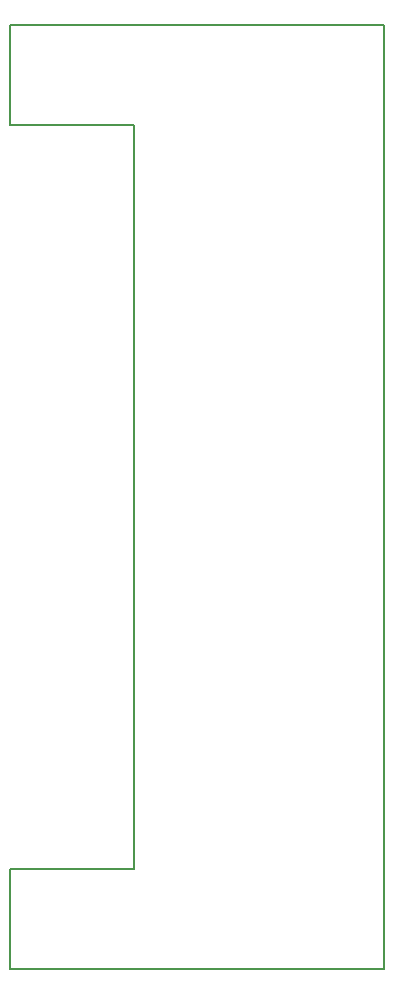
<source format=gm1>
G04 #@! TF.GenerationSoftware,KiCad,Pcbnew,(2017-01-24 revision 0b6147e)-makepkg*
G04 #@! TF.CreationDate,2017-06-20T06:20:51-07:00*
G04 #@! TF.ProjectId,SolderSniffer9000,536F6C646572536E6966666572393030,rev?*
G04 #@! TF.FileFunction,Profile,NP*
%FSLAX46Y46*%
G04 Gerber Fmt 4.6, Leading zero omitted, Abs format (unit mm)*
G04 Created by KiCad (PCBNEW (2017-01-24 revision 0b6147e)-makepkg) date 06/20/17 06:20:51*
%MOMM*%
%LPD*%
G01*
G04 APERTURE LIST*
%ADD10C,0.100000*%
%ADD11C,0.150000*%
G04 APERTURE END LIST*
D10*
D11*
X164530000Y-42180000D02*
X164530000Y-42770000D01*
X141360000Y-42180000D02*
X164530000Y-42180000D01*
X164530000Y-122180000D02*
X164530000Y-42760000D01*
X141360000Y-122180000D02*
X164530000Y-122180000D01*
X143360000Y-50680000D02*
X143360000Y-113680000D01*
X141360000Y-50680000D02*
X143360000Y-50680000D01*
X141360000Y-113680000D02*
X143360000Y-113680000D01*
X132860000Y-50680000D02*
X141360000Y-50680000D01*
X132860000Y-42180000D02*
X132860000Y-50680000D01*
X132860000Y-42180000D02*
X141360000Y-42180000D01*
X132860000Y-113680000D02*
X141360000Y-113680000D01*
X132860000Y-122180000D02*
X132860000Y-113680000D01*
X132860000Y-122180000D02*
X141360000Y-122180000D01*
M02*

</source>
